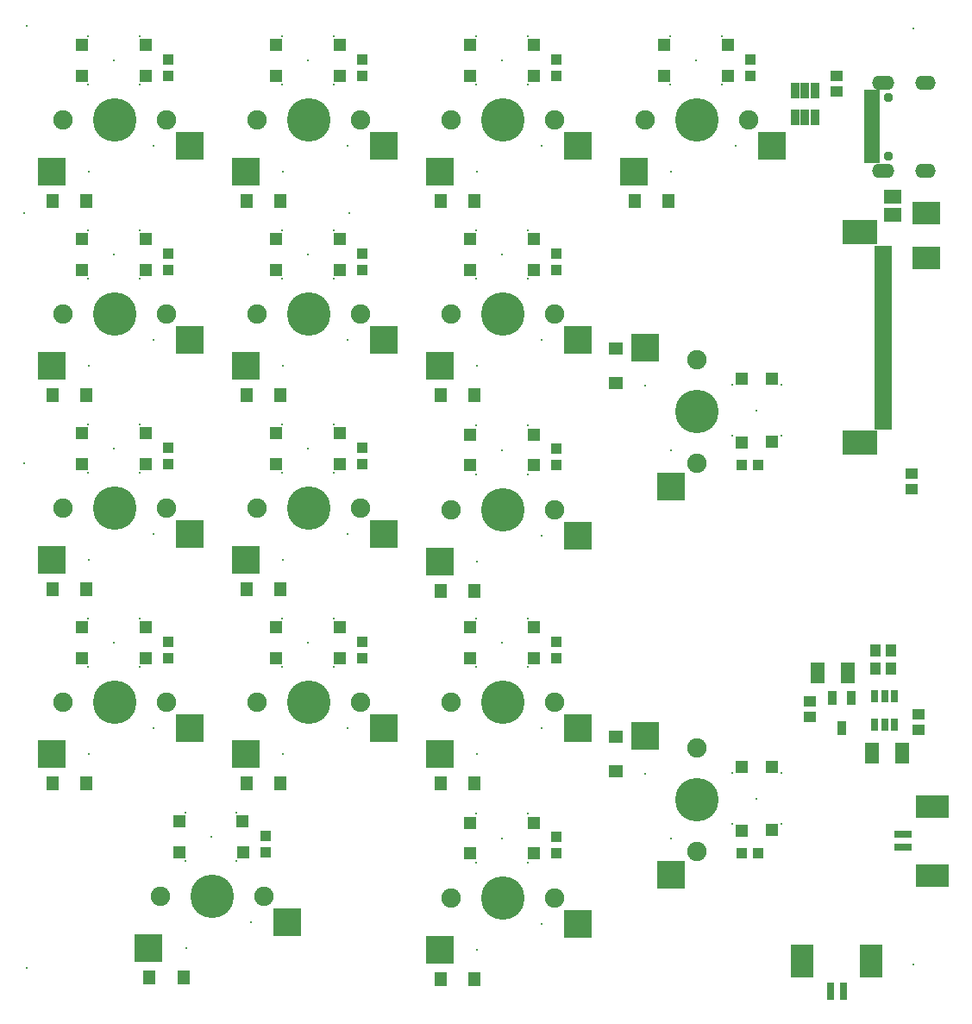
<source format=gbs>
G04*
G04 #@! TF.GenerationSoftware,Altium Limited,Altium Designer,19.1.2 (11)*
G04*
G04 Layer_Color=16711935*
%FSLAX25Y25*%
%MOIN*%
G70*
G01*
G75*
%ADD16R,0.04658X0.04461*%
%ADD17O,0.08674X0.05524*%
%ADD18O,0.07887X0.05524*%
%ADD19C,0.03753*%
%ADD20C,0.00800*%
%ADD21R,0.00800X0.00800*%
%ADD22C,0.16800*%
%ADD23C,0.07500*%
%ADD24R,0.00800X0.00800*%
%ADD74R,0.06587X0.05367*%
%ADD75R,0.02769X0.06706*%
%ADD76R,0.09068X0.12611*%
%ADD77R,0.05249X0.07887*%
%ADD78R,0.03359X0.05328*%
%ADD79R,0.12611X0.09068*%
%ADD80R,0.06706X0.02769*%
%ADD81R,0.03162X0.05131*%
%ADD82R,0.04461X0.04658*%
%ADD83R,0.06706X0.01981*%
%ADD84R,0.13792X0.09461*%
%ADD85R,0.05918X0.01981*%
%ADD86R,0.10839X0.10642*%
%ADD87R,0.04737X0.04737*%
%ADD88R,0.04737X0.05524*%
%ADD89R,0.04343X0.04383*%
%ADD90R,0.10642X0.10839*%
%ADD91R,0.04737X0.04737*%
%ADD92R,0.05524X0.04737*%
%ADD93R,0.04383X0.04343*%
%ADD94R,0.03556X0.05918*%
%ADD95R,0.10642X0.08674*%
D16*
X319000Y117532D02*
D03*
Y111469D02*
D03*
X361000Y106468D02*
D03*
Y112531D02*
D03*
X358500Y199469D02*
D03*
Y205532D02*
D03*
X329500Y359032D02*
D03*
Y352969D02*
D03*
D17*
X347375Y356508D02*
D03*
Y322492D02*
D03*
D18*
X363831D02*
D03*
Y356508D02*
D03*
D19*
X349462Y328122D02*
D03*
Y350878D02*
D03*
D20*
X210100Y74000D02*
D03*
X190300D02*
D03*
Y55200D02*
D03*
X210100D02*
D03*
X190500Y21500D02*
D03*
X215500Y31500D02*
D03*
X97600Y74500D02*
D03*
X77800D02*
D03*
Y55700D02*
D03*
X97600D02*
D03*
X78000Y22000D02*
D03*
X103000Y32000D02*
D03*
X210100Y149500D02*
D03*
X190300D02*
D03*
Y130700D02*
D03*
X210100D02*
D03*
X190500Y97000D02*
D03*
X215500Y107000D02*
D03*
X135100Y149500D02*
D03*
X115300D02*
D03*
Y130700D02*
D03*
X135100D02*
D03*
X115500Y97000D02*
D03*
X140500Y107000D02*
D03*
X60100Y149500D02*
D03*
X40300D02*
D03*
Y130700D02*
D03*
X60100D02*
D03*
X40500Y97000D02*
D03*
X65500Y107000D02*
D03*
X210100Y224000D02*
D03*
X190300D02*
D03*
Y205200D02*
D03*
X210100D02*
D03*
X190500Y171500D02*
D03*
X215500Y181500D02*
D03*
X135100Y224500D02*
D03*
X115300D02*
D03*
Y205700D02*
D03*
X135100D02*
D03*
X115500Y172000D02*
D03*
X140500Y182000D02*
D03*
X60100Y224500D02*
D03*
X40300D02*
D03*
Y205700D02*
D03*
X60100D02*
D03*
X40500Y172000D02*
D03*
X65500Y182000D02*
D03*
X135100Y374500D02*
D03*
X115300D02*
D03*
Y355700D02*
D03*
X135100D02*
D03*
X115500Y322000D02*
D03*
X140500Y332000D02*
D03*
X210100Y299500D02*
D03*
X190300D02*
D03*
Y280700D02*
D03*
X210100D02*
D03*
X190500Y247000D02*
D03*
X215500Y257000D02*
D03*
X135100Y299500D02*
D03*
X115300D02*
D03*
Y280700D02*
D03*
X135100D02*
D03*
X115500Y247000D02*
D03*
X140500Y257000D02*
D03*
X60100Y299500D02*
D03*
X40300D02*
D03*
Y280700D02*
D03*
X60100D02*
D03*
X40500Y247000D02*
D03*
X65500Y257000D02*
D03*
X60100Y374500D02*
D03*
X40300D02*
D03*
Y355700D02*
D03*
X60100D02*
D03*
X40500Y322000D02*
D03*
X65500Y332000D02*
D03*
X308000Y219900D02*
D03*
Y239700D02*
D03*
X289200D02*
D03*
Y219900D02*
D03*
X255500Y239500D02*
D03*
X265500Y214500D02*
D03*
X308000Y69900D02*
D03*
Y89700D02*
D03*
X289200D02*
D03*
Y69900D02*
D03*
X255500Y89500D02*
D03*
X265500Y64500D02*
D03*
X359252Y377252D02*
D03*
X16500Y378500D02*
D03*
Y14500D02*
D03*
X359252Y15748D02*
D03*
X141220Y306000D02*
D03*
X15500D02*
D03*
Y209500D02*
D03*
X290500Y332000D02*
D03*
X265500Y322000D02*
D03*
X285100Y355700D02*
D03*
X265300D02*
D03*
Y374500D02*
D03*
X285100D02*
D03*
X215500Y332000D02*
D03*
X190500Y322000D02*
D03*
X210100Y355700D02*
D03*
X190300D02*
D03*
Y374500D02*
D03*
X210100D02*
D03*
D21*
X200200Y64500D02*
D03*
X87700Y65000D02*
D03*
X200200Y140000D02*
D03*
X125200D02*
D03*
X50200D02*
D03*
X200200Y214500D02*
D03*
X125200Y215000D02*
D03*
X50200D02*
D03*
X125200Y365000D02*
D03*
X200200Y290000D02*
D03*
X125200D02*
D03*
X50200D02*
D03*
Y365000D02*
D03*
X275200D02*
D03*
X200200D02*
D03*
D22*
X200500Y41500D02*
D03*
X88000Y42000D02*
D03*
X200500Y117000D02*
D03*
X125500D02*
D03*
X50500D02*
D03*
X200500Y191500D02*
D03*
X125500Y192000D02*
D03*
X50500D02*
D03*
X125500Y342000D02*
D03*
X200500Y267000D02*
D03*
X125500D02*
D03*
X50500D02*
D03*
Y342000D02*
D03*
X275500Y229500D02*
D03*
Y79500D02*
D03*
Y342000D02*
D03*
X200500D02*
D03*
D23*
X220500Y41500D02*
D03*
X180500D02*
D03*
X108000Y42000D02*
D03*
X68000D02*
D03*
X220500Y117000D02*
D03*
X180500D02*
D03*
X145500D02*
D03*
X105500D02*
D03*
X70500D02*
D03*
X30500D02*
D03*
X220500Y191500D02*
D03*
X180500D02*
D03*
X145500Y192000D02*
D03*
X105500D02*
D03*
X70500D02*
D03*
X30500D02*
D03*
X145500Y342000D02*
D03*
X105500D02*
D03*
X220500Y267000D02*
D03*
X180500D02*
D03*
X145500D02*
D03*
X105500D02*
D03*
X70500D02*
D03*
X30500D02*
D03*
X70500Y342000D02*
D03*
X30500D02*
D03*
X275500Y209500D02*
D03*
Y249500D02*
D03*
Y59500D02*
D03*
Y99500D02*
D03*
X255500Y342000D02*
D03*
X295500D02*
D03*
X180500D02*
D03*
X220500D02*
D03*
D24*
X298500Y229800D02*
D03*
Y79800D02*
D03*
D74*
X351000Y312504D02*
D03*
Y305496D02*
D03*
D75*
X332000Y5500D02*
D03*
X327079D02*
D03*
D76*
X342854Y17000D02*
D03*
X316224D02*
D03*
D77*
X333866Y128500D02*
D03*
X322134D02*
D03*
X343134Y97500D02*
D03*
X354866D02*
D03*
D78*
X331500Y107193D02*
D03*
X335240Y118807D02*
D03*
X327760D02*
D03*
D79*
X366500Y76776D02*
D03*
Y50146D02*
D03*
D80*
X355000Y65921D02*
D03*
Y61000D02*
D03*
D81*
X351740Y108488D02*
D03*
X348000D02*
D03*
X344260D02*
D03*
Y119512D02*
D03*
X348000D02*
D03*
X351740D02*
D03*
D82*
X350532Y130000D02*
D03*
X344468D02*
D03*
X344468Y137000D02*
D03*
X350532D02*
D03*
D83*
X347522Y292445D02*
D03*
Y290480D02*
D03*
Y288510D02*
D03*
Y286540D02*
D03*
Y284570D02*
D03*
Y282600D02*
D03*
Y280630D02*
D03*
Y278665D02*
D03*
Y276700D02*
D03*
Y274730D02*
D03*
Y272760D02*
D03*
Y270790D02*
D03*
Y268820D02*
D03*
Y266855D02*
D03*
Y264885D02*
D03*
Y262920D02*
D03*
Y260950D02*
D03*
Y258980D02*
D03*
Y257010D02*
D03*
Y255040D02*
D03*
Y253070D02*
D03*
Y251110D02*
D03*
Y249140D02*
D03*
Y247170D02*
D03*
Y245200D02*
D03*
Y243230D02*
D03*
Y241260D02*
D03*
Y239295D02*
D03*
Y237330D02*
D03*
Y235360D02*
D03*
Y233390D02*
D03*
Y231420D02*
D03*
X347533Y229450D02*
D03*
Y227480D02*
D03*
Y225510D02*
D03*
X347522Y223550D02*
D03*
D84*
X338468Y298740D02*
D03*
Y217260D02*
D03*
D85*
X343173Y326311D02*
D03*
Y327492D02*
D03*
X343172Y329460D02*
D03*
Y330642D02*
D03*
X343173Y332610D02*
D03*
X343168Y334580D02*
D03*
X343173Y336547D02*
D03*
Y338516D02*
D03*
Y340484D02*
D03*
Y342453D02*
D03*
Y344421D02*
D03*
X343168Y346390D02*
D03*
X343173Y348358D02*
D03*
Y349539D02*
D03*
Y351508D02*
D03*
Y352689D02*
D03*
D86*
X229500Y31500D02*
D03*
X176000Y21500D02*
D03*
X117000Y32000D02*
D03*
X63500Y22000D02*
D03*
X229500Y107000D02*
D03*
X176000Y97000D02*
D03*
X154500Y107000D02*
D03*
X101000Y97000D02*
D03*
X79500Y107000D02*
D03*
X26000Y97000D02*
D03*
X229500Y181500D02*
D03*
X176000Y171500D02*
D03*
X154500Y182000D02*
D03*
X101000Y172000D02*
D03*
X79500Y182000D02*
D03*
X26000Y172000D02*
D03*
X154500Y332000D02*
D03*
X101000Y322000D02*
D03*
X229500Y257000D02*
D03*
X176000Y247000D02*
D03*
X154500Y257000D02*
D03*
X101000Y247000D02*
D03*
X79500Y257000D02*
D03*
X26000Y247000D02*
D03*
X79500Y332000D02*
D03*
X26000Y322000D02*
D03*
X251000D02*
D03*
X304500Y332000D02*
D03*
X176000Y322000D02*
D03*
X229500Y332000D02*
D03*
D87*
X212400Y70500D02*
D03*
X187900D02*
D03*
X212600Y58700D02*
D03*
X187900D02*
D03*
X99900Y71000D02*
D03*
X75400D02*
D03*
X100100Y59200D02*
D03*
X75400D02*
D03*
X212400Y146000D02*
D03*
X187900D02*
D03*
X212600Y134200D02*
D03*
X187900D02*
D03*
X137400Y146000D02*
D03*
X112900D02*
D03*
X137600Y134200D02*
D03*
X112900D02*
D03*
X62400Y146000D02*
D03*
X37900D02*
D03*
X62600Y134200D02*
D03*
X37900D02*
D03*
X212400Y220500D02*
D03*
X187900D02*
D03*
X212600Y208700D02*
D03*
X187900D02*
D03*
X137400Y221000D02*
D03*
X112900D02*
D03*
X137600Y209200D02*
D03*
X112900D02*
D03*
X62400Y221000D02*
D03*
X37900D02*
D03*
X62600Y209200D02*
D03*
X37900D02*
D03*
X137400Y371000D02*
D03*
X112900D02*
D03*
X137600Y359200D02*
D03*
X112900D02*
D03*
X212400Y296000D02*
D03*
X187900D02*
D03*
X212600Y284200D02*
D03*
X187900D02*
D03*
X137400Y296000D02*
D03*
X112900D02*
D03*
X137600Y284200D02*
D03*
X112900D02*
D03*
X62400Y296000D02*
D03*
X37900D02*
D03*
X62600Y284200D02*
D03*
X37900D02*
D03*
X62400Y371000D02*
D03*
X37900D02*
D03*
X62600Y359200D02*
D03*
X37900D02*
D03*
X262900D02*
D03*
X287600D02*
D03*
X262900Y371000D02*
D03*
X287400D02*
D03*
X187900Y359200D02*
D03*
X212600D02*
D03*
X187900Y371000D02*
D03*
X212400D02*
D03*
D88*
X189614Y10100D02*
D03*
X176386D02*
D03*
X77114Y10600D02*
D03*
X63886D02*
D03*
X189614Y85600D02*
D03*
X176386D02*
D03*
X114614D02*
D03*
X101386D02*
D03*
X39614D02*
D03*
X26386D02*
D03*
X189614Y160100D02*
D03*
X176386D02*
D03*
X114614Y160600D02*
D03*
X101386D02*
D03*
X39614D02*
D03*
X26386D02*
D03*
X114614Y310600D02*
D03*
X101386D02*
D03*
X189614Y235600D02*
D03*
X176386D02*
D03*
X114614D02*
D03*
X101386D02*
D03*
X39614D02*
D03*
X26386D02*
D03*
X39614Y310600D02*
D03*
X26386D02*
D03*
X251386D02*
D03*
X264614D02*
D03*
X176386D02*
D03*
X189614D02*
D03*
D89*
X221200Y58700D02*
D03*
X221200Y64999D02*
D03*
X108700Y59200D02*
D03*
X108700Y65499D02*
D03*
X221200Y134200D02*
D03*
X221200Y140499D02*
D03*
X146200Y134200D02*
D03*
X146200Y140499D02*
D03*
X71200Y134200D02*
D03*
X71200Y140499D02*
D03*
X221200Y208700D02*
D03*
X221200Y214999D02*
D03*
X146200Y209200D02*
D03*
X146200Y215499D02*
D03*
X71200Y209200D02*
D03*
X71200Y215499D02*
D03*
X146200Y359200D02*
D03*
X146200Y365499D02*
D03*
X221200Y284200D02*
D03*
X221200Y290499D02*
D03*
X146200Y284200D02*
D03*
X146200Y290499D02*
D03*
X71200Y284200D02*
D03*
X71200Y290499D02*
D03*
X71200Y359200D02*
D03*
X71200Y365499D02*
D03*
X296200D02*
D03*
X296200Y359200D02*
D03*
X221200Y365499D02*
D03*
X221200Y359200D02*
D03*
D90*
X265500Y200500D02*
D03*
X255500Y254000D02*
D03*
X265500Y50500D02*
D03*
X255500Y104000D02*
D03*
D91*
X304500Y217600D02*
D03*
Y242100D02*
D03*
X292700Y217400D02*
D03*
Y242100D02*
D03*
X304500Y67600D02*
D03*
Y92100D02*
D03*
X292700Y67400D02*
D03*
Y92100D02*
D03*
D92*
X244100Y240386D02*
D03*
Y253614D02*
D03*
Y90386D02*
D03*
Y103614D02*
D03*
D93*
X292700Y208800D02*
D03*
X298999Y208800D02*
D03*
X292700Y58800D02*
D03*
X298999Y58800D02*
D03*
D94*
X321000Y353500D02*
D03*
X313500D02*
D03*
X313520Y343051D02*
D03*
X317260D02*
D03*
X321000D02*
D03*
X317240Y353500D02*
D03*
D95*
X364000Y306161D02*
D03*
Y288839D02*
D03*
M02*

</source>
